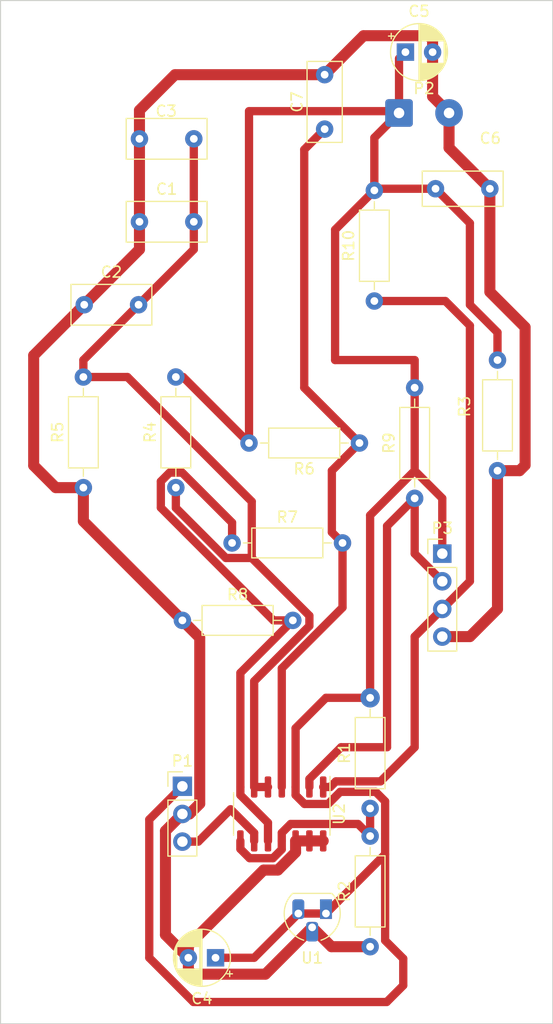
<source format=kicad_pcb>
(kicad_pcb (version 20221018) (generator pcbnew)
  (layers (0 "F.Cu" signal) (31 "B.Cu" signal) (34 "B.Paste" user) (35 "F.Paste" user) (36 "B.SilkS" user "B.Silkscreen") (37 "F.SilkS" user "F.Silkscreen") (38 "B.Mask" user) (39 "F.Mask" user) (44 "Edge.Cuts" user))
  (net 0 "")
  (net 1 "Net-(U2A-+)")
  (net 2 "Net-(P1-Pin_1)")
  (net 3 "GND")
  (net 4 "Net-(U2A--)")
  (net 5 "Net-(P1-Pin_3)")
  (net 6 "Net-(P3-Pin_2)")
  (net 7 "Net-(P3-Pin_3)")
  (net 8 "Net-(U2C-+)")
  (net 9 "Net-(U2B-+)")
  (footprint "Package_TO_SOT_THT:TO-92L_HandSolder" (layer "F.Cu") (at 162.018 132.114 180)
    (fp_text reference "U1" (at 1.27 -4.076) (layer "F.SilkS"))
    (fp_text value "L78L05_TO92")
    (pad "1" thru_hole rect (at 0 0 180) (size 1.1 1.8) (drill 0.7112 (offset 0 0.4)) (layers "*.Cu" "*.Mask") (net 2 "Net-(P1-Pin_1)"))
    (pad "2" thru_hole roundrect (at 1.27 -1.27 180) (size 1.1 1.8) (drill 0.7112 (offset 0 -0.4)) (layers "*.Cu" "*.Mask") (net 3 "GND"))
    (pad "3" thru_hole roundrect (at 2.54 0 180) (size 1.1 1.8) (drill 0.7112 (offset 0 0.4)) (layers "*.Cu" "*.Mask") (net 2 "Net-(P1-Pin_1)"))
  )
  (footprint "Resistor_THT:R_Axial_DIN0207_L6.3mm_D2.5mm_P10.16mm_Horizontal" (layer "F.Cu") (at 166.47 75.858 90)
    (fp_text reference "R10" (at 5.08 -2.37 90) (layer "F.SilkS"))
    (fp_text value "2.4k 1/4W")
    (pad "1" thru_hole circle (at 0 0 90) (size 1.6 1.6) (drill 0.7112) (layers "*.Cu" "*.Mask") (net 7 "Net-(P3-Pin_3)"))
    (pad "2" thru_hole oval (at 10.16 0 90) (size 1.6 1.6) (drill 0.7112) (layers "*.Cu" "*.Mask") (net 2 "Net-(P1-Pin_1)"))
  )
  (footprint "Resistor_THT:R_Axial_DIN0207_L6.3mm_D2.5mm_P10.16mm_Horizontal" (layer "F.Cu") (at 139.7 92.998 90)
    (fp_text reference "R5" (at 5.08 -2.37 90) (layer "F.SilkS"))
    (fp_text value "82k 1/4W")
    (pad "1" thru_hole circle (at 0 0 90) (size 1.6 1.6) (drill 0.7112) (layers "*.Cu" "*.Mask") (net 3 "GND"))
    (pad "2" thru_hole oval (at 10.16 0 90) (size 1.6 1.6) (drill 0.7112) (layers "*.Cu" "*.Mask") (net 1 "Net-(U2A-+)"))
  )
  (footprint "Resistor_THT:R_Axial_DIN0207_L6.3mm_D2.5mm_P10.16mm_Horizontal" (layer "F.Cu") (at 148.208 92.998 90)
    (fp_text reference "R4" (at 5.08 -2.37 90) (layer "F.SilkS"))
    (fp_text value "82k 1/4W")
    (pad "1" thru_hole circle (at 0 0 90) (size 1.6 1.6) (drill 0.7112) (layers "*.Cu" "*.Mask") (net 1 "Net-(U2A-+)"))
    (pad "2" thru_hole oval (at 10.16 0 90) (size 1.6 1.6) (drill 0.7112) (layers "*.Cu" "*.Mask") (net 2 "Net-(P1-Pin_1)"))
  )
  (footprint "Connector_PinHeader_2.54mm:PinHeader_1x04_P2.54mm_Vertical" (layer "F.Cu") (at 172.72 99.06)
    (fp_text reference "P3" (at 0 -2.33) (layer "F.SilkS"))
    (fp_text value "Conn_01x04")
    (pad "1" thru_hole rect (at 0 0) (size 1.7 1.7) (drill 0.9652) (layers "*.Cu" "*.Mask") (net 2 "Net-(P1-Pin_1)"))
    (pad "2" thru_hole oval (at 0 2.54) (size 1.7 1.7) (drill 0.9652) (layers "*.Cu" "*.Mask") (net 6 "Net-(P3-Pin_2)"))
    (pad "3" thru_hole oval (at 0 5.08) (size 1.7 1.7) (drill 0.9652) (layers "*.Cu" "*.Mask") (net 7 "Net-(P3-Pin_3)"))
    (pad "4" thru_hole oval (at 0 7.62) (size 1.7 1.7) (drill 0.9652) (layers "*.Cu" "*.Mask") (net 3 "GND"))
  )
  (footprint "Capacitor_THT:C_Rect_L7.2mm_W3.5mm_P5.00mm_FKS2_FKP2_MKS2_MKP2" (layer "F.Cu") (at 144.86 60.96)
    (fp_text reference "C3" (at 2.46 -2.54) (layer "F.SilkS"))
    (fp_text value "1uF 25V")
    (pad "1" thru_hole circle (at 0 0) (size 1.6 1.6) (drill 0.7112) (layers "*.Cu" "*.Mask") (net 3 "GND"))
    (pad "2" thru_hole circle (at 5 0) (size 1.6 1.6) (drill 0.7112) (layers "*.Cu" "*.Mask") (net 1 "Net-(U2A-+)"))
  )
  (footprint "Resistor_THT:R_Axial_DIN0207_L6.3mm_D2.5mm_P10.16mm_Horizontal" (layer "F.Cu") (at 170.18 93.98 90)
    (fp_text reference "R9" (at 5.08 -2.37 90) (layer "F.SilkS"))
    (fp_text value "2.4k 1/4W")
    (pad "1" thru_hole circle (at 0 0 90) (size 1.6 1.6) (drill 0.7112) (layers "*.Cu" "*.Mask") (net 6 "Net-(P3-Pin_2)"))
    (pad "2" thru_hole oval (at 10.16 0 90) (size 1.6 1.6) (drill 0.7112) (layers "*.Cu" "*.Mask") (net 2 "Net-(P1-Pin_1)"))
  )
  (footprint "Connector_Wire:SolderWire-0.5sqmm_1x02_P4.6mm_D0.9mm_OD2.1mm" (layer "F.Cu") (at 168.742 58.586)
    (fp_text reference "P2" (at 2.3 -2.25) (layer "F.SilkS"))
    (fp_text value "Conn_01x02")
    (pad "1" thru_hole roundrect (at 0 0) (size 2.54 2.54) (drill 0.9652) (layers "*.Cu" "*.Mask") (roundrect_rratio 0.119048) (net 2 "Net-(P1-Pin_1)"))
    (pad "2" thru_hole circle (at 4.6 0) (size 2.54 2.54) (drill 0.9652) (layers "*.Cu" "*.Mask") (net 3 "GND"))
  )
  (footprint "Capacitor_THT:C_Rect_L7.2mm_W3.0mm_P5.00mm_FKS2_FKP2_MKS2_MKP2" (layer "F.Cu") (at 172.098 65.544)
    (fp_text reference "C6" (at 5.04 -4.628) (layer "F.SilkS"))
    (fp_text value "0.1uF 25V")
    (pad "1" thru_hole circle (at 0 0) (size 1.6 1.6) (drill 0.7112) (layers "*.Cu" "*.Mask") (net 2 "Net-(P1-Pin_1)"))
    (pad "2" thru_hole circle (at 5 0) (size 1.6 1.6) (drill 0.7112) (layers "*.Cu" "*.Mask") (net 3 "GND"))
  )
  (footprint "Resistor_THT:R_Axial_DIN0207_L6.3mm_D2.5mm_P10.16mm_Horizontal" (layer "F.Cu") (at 166.082 122.462 90)
    (fp_text reference "R1" (at 5.08 -2.37 90) (layer "F.SilkS"))
    (fp_text value "9.1k 1/4W")
    (pad "1" thru_hole circle (at 0 0 90) (size 1.6 1.6) (drill 0.7112) (layers "*.Cu" "*.Mask") (net 8 "Net-(U2C-+)"))
    (pad "2" thru_hole oval (at 10.16 0 90) (size 1.778 1.778) (drill 0.7112) (layers "*.Cu" "*.Mask") (net 2 "Net-(P1-Pin_1)"))
  )
  (footprint "Capacitor_THT:CP_Radial_D5.0mm_P2.50mm" (layer "F.Cu") (at 169.328888 52.998)
    (fp_text reference "C5" (at 1.25 -3.75) (layer "F.SilkS"))
    (fp_text value "47uF 16V")
    (pad "1" thru_hole rect (at 0 0) (size 1.6 1.6) (drill 0.7112) (layers "*.Cu" "*.Mask") (net 2 "Net-(P1-Pin_1)"))
    (pad "2" thru_hole circle (at 2.5 0) (size 1.6 1.6) (drill 0.7112) (layers "*.Cu" "*.Mask") (net 3 "GND"))
  )
  (footprint "Capacitor_THT:C_Rect_L7.2mm_W3.5mm_P5.00mm_FKS2_FKP2_MKS2_MKP2" (layer "F.Cu") (at 144.86 68.58)
    (fp_text reference "C1" (at 2.5 -3) (layer "F.SilkS"))
    (fp_text value "1uF 25V")
    (pad "1" thru_hole circle (at 0 0) (size 1.6 1.6) (drill 0.7112) (layers "*.Cu" "*.Mask") (net 3 "GND"))
    (pad "2" thru_hole circle (at 5 0) (size 1.6 1.6) (drill 0.7112) (layers "*.Cu" "*.Mask") (net 1 "Net-(U2A-+)"))
  )
  (footprint "Capacitor_THT:C_Rect_L7.2mm_W3.0mm_P5.00mm_FKS2_FKP2_MKS2_MKP2" (layer "F.Cu") (at 161.898 60.07 90)
    (fp_text reference "C7" (at 2.5 -2.54 90) (layer "F.SilkS"))
    (fp_text value "0.1uF 25V")
    (pad "1" thru_hole circle (at 0 0 90) (size 1.6 1.6) (drill 0.7112) (layers "*.Cu" "*.Mask") (net 4 "Net-(U2A--)"))
    (pad "2" thru_hole circle (at 5 0 90) (size 1.6 1.6) (drill 0.7112) (layers "*.Cu" "*.Mask") (net 3 "GND"))
  )
  (footprint "Resistor_THT:R_Axial_DIN0207_L6.3mm_D2.5mm_P10.16mm_Horizontal" (layer "F.Cu") (at 165.1 88.9 180)
    (fp_text reference "R6" (at 5.08 -2.37) (layer "F.SilkS"))
    (fp_text value "47k 1/4W")
    (pad "1" thru_hole circle (at 0 0 180) (size 1.6 1.6) (drill 0.7112) (layers "*.Cu" "*.Mask") (net 4 "Net-(U2A--)"))
    (pad "2" thru_hole oval (at 10.16 0 180) (size 1.6 1.6) (drill 0.7112) (layers "*.Cu" "*.Mask") (net 2 "Net-(P1-Pin_1)"))
  )
  (footprint "Package_SO:SOIC-14_3.9x8.7mm_P1.27mm" (layer "F.Cu") (at 157.954 122.97 -90)
    (fp_text reference "U2" (at 0 -5.28 -270) (layer "F.SilkS"))
    (fp_text value "LM339")
    (pad "1" smd roundrect (at -2.475 -3.81 270) (size 1.95 0.6) (layers "F.Cu" "F.Paste" "F.Mask") (net 7 "Net-(P3-Pin_3)"))
    (pad "2" smd roundrect (at -2.475 -2.54 270) (size 1.95 0.6) (layers "F.Cu" "F.Paste" "F.Mask") (net 6 "Net-(P3-Pin_2)"))
    (pad "3" smd roundrect (at -2.475 -1.27 270) (size 1.95 0.6) (layers "F.Cu" "F.Paste" "F.Mask") (net 2 "Net-(P1-Pin_1)"))
    (pad "4" smd roundrect (at -2.475 0 270) (size 1.95 0.6) (layers "F.Cu" "F.Paste" "F.Mask") (net 4 "Net-(U2A--)"))
    (pad "5" smd roundrect (at -2.475 1.27 270) (size 1.95 0.6) (layers "F.Cu" "F.Paste" "F.Mask") (net 1 "Net-(U2A-+)"))
    (pad "6" smd roundrect (at -2.475 2.54 270) (size 1.95 0.6) (layers "F.Cu" "F.Paste" "F.Mask") (net 1 "Net-(U2A-+)"))
    (pad "7" smd roundrect (at -2.475 3.81 270) (size 1.95 0.6) (layers "F.Cu" "F.Paste" "F.Mask") (net 9 "Net-(U2B-+)"))
    (pad "8" smd roundrect (at 2.475 3.81 270) (size 1.95 0.6) (layers "F.Cu" "F.Paste" "F.Mask") (net 8 "Net-(U2C-+)"))
    (pad "9" smd roundrect (at 2.475 2.54 270) (size 1.95 0.6) (layers "F.Cu" "F.Paste" "F.Mask") (net 5 "Net-(P1-Pin_3)"))
    (pad "10" smd roundrect (at 2.475 1.27 270) (size 1.95 0.6) (layers "F.Cu" "F.Paste" "F.Mask") (net 9 "Net-(U2B-+)"))
    (pad "11" smd roundrect (at 2.475 0 270) (size 1.95 0.6) (layers "F.Cu" "F.Paste" "F.Mask") (net 8 "Net-(U2C-+)"))
    (pad "12" smd roundrect (at 2.475 -1.27 270) (size 1.95 0.6) (layers "F.Cu" "F.Paste" "F.Mask") (net 3 "GND"))
    (pad "13" smd roundrect (at 2.475 -2.54 270) (size 1.95 0.6) (layers "F.Cu" "F.Paste" "F.Mask") (net 3 "GND"))
    (pad "14" smd roundrect (at 2.475 -3.81 270) (size 1.95 0.6) (layers "F.Cu" "F.Paste" "F.Mask") (net 3 "GND"))
  )
  (footprint "Resistor_THT:R_Axial_DIN0207_L6.3mm_D2.5mm_P10.16mm_Horizontal" (layer "F.Cu") (at 148.81 105.19)
    (fp_text reference "R8" (at 5.08 -2.37) (layer "F.SilkS"))
    (fp_text value "47k 1/4W")
    (pad "1" thru_hole circle (at 0 0) (size 1.6 1.6) (drill 0.7112) (layers "*.Cu" "*.Mask") (net 3 "GND"))
    (pad "2" thru_hole oval (at 10.16 0) (size 1.6 1.6) (drill 0.7112) (layers "*.Cu" "*.Mask") (net 9 "Net-(U2B-+)"))
  )
  (footprint "Capacitor_THT:CP_Radial_D5.0mm_P2.50mm" (layer "F.Cu") (at 151.858 136.178 180)
    (fp_text reference "C4" (at 1.25 -3.75) (layer "F.SilkS"))
    (fp_text value "10uF 16V")
    (pad "1" thru_hole rect (at 0 0 180) (size 1.6 1.6) (drill 0.7112) (layers "*.Cu" "*.Mask") (net 2 "Net-(P1-Pin_1)"))
    (pad "2" thru_hole circle (at 2.5 0 180) (size 1.6 1.6) (drill 0.7112) (layers "*.Cu" "*.Mask") (net 3 "GND"))
  )
  (footprint "Resistor_THT:R_Axial_DIN0207_L6.3mm_D2.5mm_P10.16mm_Horizontal" (layer "F.Cu") (at 177.8 91.44 90)
    (fp_text reference "R3" (at 5.89 -3.032 90) (layer "F.SilkS"))
    (fp_text value "4.7k 1/4W")
    (pad "1" thru_hole circle (at 0 0 90) (size 1.6 1.6) (drill 0.7112) (layers "*.Cu" "*.Mask") (net 3 "GND"))
    (pad "2" thru_hole oval (at 10.16 0 90) (size 1.6 1.6) (drill 0.7112) (layers "*.Cu" "*.Mask") (net 2 "Net-(P1-Pin_1)"))
  )
  (footprint "Capacitor_THT:C_Rect_L7.2mm_W3.5mm_P5.00mm_FKS2_FKP2_MKS2_MKP2" (layer "F.Cu") (at 139.78 76.2)
    (fp_text reference "C2" (at 2.5 -3) (layer "F.SilkS"))
    (fp_text value "1uF 25V")
    (pad "1" thru_hole circle (at 0 0) (size 1.6 1.6) (drill 0.7112) (layers "*.Cu" "*.Mask") (net 3 "GND"))
    (pad "2" thru_hole circle (at 5 0) (size 1.6 1.6) (drill 0.7112) (layers "*.Cu" "*.Mask") (net 1 "Net-(U2A-+)"))
  )
  (footprint "Connector_PinHeader_2.54mm:PinHeader_1x03_P2.54mm_Vertical" (layer "F.Cu") (at 148.81 120.43)
    (fp_text reference "P1" (at 0 -2.33) (layer "F.SilkS"))
    (fp_text value "Conn_01x03")
    (pad "1" thru_hole rect (at 0 0) (size 1.778 1.778) (drill 0.9652) (layers "*.Cu" "*.Mask") (net 2 "Net-(P1-Pin_1)"))
    (pad "2" thru_hole oval (at 0 2.54) (size 1.7 1.7) (drill 0.9652) (layers "*.Cu" "*.Mask") (net 3 "GND"))
    (pad "3" thru_hole oval (at 0 5.08) (size 1.7 1.7) (drill 0.9652) (layers "*.Cu" "*.Mask") (net 5 "Net-(P1-Pin_3)"))
  )
  (footprint "Resistor_THT:R_Axial_DIN0207_L6.3mm_D2.5mm_P10.16mm_Horizontal" (layer "F.Cu") (at 166.082 135.162 90)
    (fp_text reference "R2" (at 5.08 -2.37 90) (layer "F.SilkS"))
    (fp_text value "10k 1/4W")
    (pad "1" thru_hole circle (at 0 0 90) (size 1.6 1.6) (drill 0.7112) (layers "*.Cu" "*.Mask") (net 3 "GND"))
    (pad "2" thru_hole oval (at 10.16 0 90) (size 1.6 1.6) (drill 0.7112) (layers "*.Cu" "*.Mask") (net 8 "Net-(U2C-+)"))
  )
  (footprint "Resistor_THT:R_Axial_DIN0207_L6.3mm_D2.5mm_P10.16mm_Horizontal" (layer "F.Cu") (at 153.382 98.078)
    (fp_text reference "R7" (at 5.08 -2.37) (layer "F.SilkS"))
    (fp_text value "4.7k 1/4W")
    (pad "1" thru_hole circle (at 0 0) (size 1.6 1.6) (drill 0.7112) (layers "*.Cu" "*.Mask") (net 9 "Net-(U2B-+)"))
    (pad "2" thru_hole oval (at 10.16 0) (size 1.6 1.6) (drill 0.7112) (layers "*.Cu" "*.Mask") (net 4 "Net-(U2A--)"))
  )
  (gr_rect (start 132.08 48.26) (end 182.88 142.24) (stroke (width 0.1)) (fill none) (layer "Edge.Cuts"))
  (segment (start 155.414 120.495) (end 155.414 110.778) (width 0.762) (layer "F.Cu") (net 1))
  (segment (start 149.86 71.12) (end 144.78 76.2) (width 0.762) (layer "F.Cu") (net 1))
  (segment (start 139.7 82.838) (end 143.756485 82.838) (width 0.762) (layer "F.Cu") (net 1))
  (segment (start 149.86 68.58) (end 149.86 71.12) (width 0.762) (layer "F.Cu") (net 1))
  (segment (start 155.192029 99.459) (end 155.192029 94.273544) (width 0.762) (layer "F.Cu") (net 1))
  (segment (start 155.414 110.778) (end 160.494 105.698) (width 0.762) (layer "F.Cu") (net 1))
  (segment (start 149.86 60.96) (end 149.86 68.58) (width 0.762) (layer "F.Cu") (net 1))
  (segment (start 148.208 94.857029) (end 148.208 92.998) (width 0.762) (layer "F.Cu") (net 1))
  (segment (start 139.7 82.838) (end 139.7 81.28) (width 0.762) (layer "F.Cu") (net 1))
  (segment (start 143.756485 82.838) (end 155.192029 94.273544) (width 0.762) (layer "F.Cu") (net 1))
  (segment (start 152.809971 99.459) (end 148.208 94.857029) (width 0.762) (layer "F.Cu") (net 1))
  (segment (start 160.494 105.698) (end 160.494 104.760971) (width 0.762) (layer "F.Cu") (net 1))
  (segment (start 160.494 104.760971) (end 155.192029 99.459) (width 0.762) (layer "F.Cu") (net 1))
  (segment (start 139.7 81.28) (end 144.78 76.2) (width 0.762) (layer "F.Cu") (net 1))
  (segment (start 155.192029 99.459) (end 152.809971 99.459) (width 0.762) (layer "F.Cu") (net 1))
  (segment (start 156.684 120.495) (end 155.414 120.495) (width 0.762) (layer "F.Cu") (net 1))
  (segment (start 170.18 91.44) (end 172.72 93.98) (width 0.762) (layer "F.Cu") (net 2))
  (segment (start 166.47 60.858) (end 168.742 58.586) (width 0.762) (layer "F.Cu") (net 2))
  (segment (start 162.21679 122.051) (end 160.04121 122.051) (width 0.762) (layer "F.Cu") (net 2))
  (segment (start 167.463 121.811) (end 166.59 120.938) (width 0.762) (layer "F.Cu") (net 2))
  (segment (start 172.098 65.544) (end 166.624 65.544) (width 0.762) (layer "F.Cu") (net 2))
  (segment (start 170.18 83.82) (end 170.18 81.28) (width 0.762) (layer "F.Cu") (net 2))
  (segment (start 170.18 81.28) (end 162.86 81.28) (width 0.762) (layer "F.Cu") (net 2))
  (segment (start 166.47 65.698) (end 166.47 60.858) (width 0.762) (layer "F.Cu") (net 2))
  (segment (start 168.742 58.586) (end 168.742 53.584888) (width 0.762) (layer "F.Cu") (net 2))
  (segment (start 159.224 121.23379) (end 159.224 120.495) (width 0.762) (layer "F.Cu") (net 2))
  (segment (start 162.018 132.114) (end 167.463 126.669) (width 0.762) (layer "F.Cu") (net 2))
  (segment (start 166.082 95.538) (end 166.082 112.302) (width 0.762) (layer "F.Cu") (net 2))
  (segment (start 167.463 134.589971) (end 167.463 126.669) (width 0.762) (layer "F.Cu") (net 2))
  (segment (start 162.86 81.28) (end 162.86 69.308) (width 0.762) (layer "F.Cu") (net 2))
  (segment (start 177.8 78.74) (end 177.8 81.28) (width 0.762) (layer "F.Cu") (net 2))
  (segment (start 166.624 65.544) (end 166.47 65.698) (width 0.762) (layer "F.Cu") (net 2))
  (segment (start 160.04121 122.051) (end 159.224 121.23379) (width 0.762) (layer "F.Cu") (net 2))
  (segment (start 154.94 88.9) (end 148.878 82.838) (width 0.762) (layer "F.Cu") (net 2))
  (segment (start 170.18 91.44) (end 166.082 95.538) (width 0.762) (layer "F.Cu") (net 2))
  (segment (start 169.13 138.718) (end 169.13 136.256971) (width 0.762) (layer "F.Cu") (net 2))
  (segment (start 172.098 65.544) (end 175.26 68.706) (width 0.762) (layer "F.Cu") (net 2))
  (segment (start 162.86 69.308) (end 166.47 65.698) (width 0.762) (layer "F.Cu") (net 2))
  (segment (start 168.742 53.584888) (end 169.328888 52.998) (width 0.762) (layer "F.Cu") (net 2))
  (segment (start 175.26 76.2) (end 177.8 78.74) (width 0.762) (layer "F.Cu") (net 2))
  (segment (start 172.72 93.98) (end 172.72 99.06) (width 0.762) (layer "F.Cu") (net 2))
  (segment (start 167.463 126.669) (end 167.463 121.811) (width 0.762) (layer "F.Cu") (net 2))
  (segment (start 159.224 115.096) (end 162.018 112.302) (width 0.762) (layer "F.Cu") (net 2))
  (segment (start 159.224 120.495) (end 159.224 115.096) (width 0.762) (layer "F.Cu") (net 2))
  (segment (start 149.826 140.242) (end 167.606 140.242) (width 0.762) (layer "F.Cu") (net 2))
  (segment (start 170.18 83.82) (end 170.18 91.44) (width 0.762) (layer "F.Cu") (net 2))
  (segment (start 154.94 58.42) (end 168.576 58.42) (width 0.762) (layer "F.Cu") (net 2))
  (segment (start 169.13 136.256971) (end 167.463 134.589971) (width 0.762) (layer "F.Cu") (net 2))
  (segment (start 168.576 58.42) (end 168.742 58.586) (width 0.762) (layer "F.Cu") (net 2))
  (segment (start 159.478 132.114) (end 162.018 132.114) (width 0.762) (layer "F.Cu") (net 2))
  (segment (start 148.81 120.43) (end 145.762 123.478) (width 0.762) (layer "F.Cu") (net 2))
  (segment (start 145.762 123.478) (end 145.762 136.178) (width 0.762) (layer "F.Cu") (net 2))
  (segment (start 145.762 136.178) (end 149.826 140.242) (width 0.762) (layer "F.Cu") (net 2))
  (segment (start 148.878 82.838) (end 148.208 82.838) (width 0.762) (layer "F.Cu") (net 2))
  (segment (start 151.858 136.178) (end 155.414 136.178) (width 0.762) (layer "F.Cu") (net 2))
  (segment (start 163.32979 120.938) (end 162.21679 122.051) (width 0.762) (layer "F.Cu") (net 2))
  (segment (start 166.59 120.938) (end 163.32979 120.938) (width 0.762) (layer "F.Cu") (net 2))
  (segment (start 154.94 88.9) (end 154.94 58.42) (width 0.762) (layer "F.Cu") (net 2))
  (segment (start 175.26 68.706) (end 175.26 76.2) (width 0.762) (layer "F.Cu") (net 2))
  (segment (start 167.606 140.242) (end 169.13 138.718) (width 0.762) (layer "F.Cu") (net 2))
  (segment (start 162.018 112.302) (end 166.082 112.302) (width 0.762) (layer "F.Cu") (net 2))
  (segment (start 155.414 136.178) (end 159.478 132.114) (width 0.762) (layer "F.Cu") (net 2))
  (segment (start 162.526 135.162) (end 160.748 133.384) (width 1.016) (layer "F.Cu") (net 3))
  (segment (start 171.828888 52.998) (end 171.828888 57.072888) (width 1.016) (layer "F.Cu") (net 3))
  (segment (start 177.8 91.44) (end 177.8 104.14) (width 1.016) (layer "F.Cu") (net 3))
  (segment (start 144.86 68.58) (end 144.86 60.96) (width 1.016) (layer "F.Cu") (net 3))
  (segment (start 156.28163 128.123) (end 157.592604 128.123) (width 1.016) (layer "F.Cu") (net 3))
  (segment (start 147.252 134.072) (end 147.252 124.528) (width 1.016) (layer "F.Cu") (net 3))
  (segment (start 139.7 92.998) (end 139.7 96.08) (width 1.016) (layer "F.Cu") (net 3))
  (segment (start 171.828888 51.86663) (end 171.828888 52.998) (width 1.016) (layer "F.Cu") (net 3))
  (segment (start 137.16 92.998) (end 139.7 92.998) (width 1.016) (layer "F.Cu") (net 3))
  (segment (start 175.26 106.68) (end 172.72 106.68) (width 1.016) (layer "F.Cu") (net 3))
  (segment (start 177.8 104.14) (end 175.26 106.68) (width 1.016) (layer "F.Cu") (net 3))
  (segment (start 135.128 80.852) (end 135.128 90.966) (width 1.016) (layer "F.Cu") (net 3))
  (segment (start 179.832 91.44) (end 177.8 91.44) (width 1.016) (layer "F.Cu") (net 3))
  (segment (start 156.446 137.686) (end 149.73463 137.686) (width 1.016) (layer "F.Cu") (net 3))
  (segment (start 149.358 136.178) (end 149.358 135.04663) (width 1.016) (layer "F.Cu") (net 3))
  (segment (start 149.358 135.04663) (end 156.28163 128.123) (width 1.016) (layer "F.Cu") (net 3))
  (segment (start 173.342 58.586) (end 173.342 61.788) (width 1.016) (layer "F.Cu") (net 3))
  (segment (start 150.407 122.027) (end 149.464 122.97) (width 1.016) (layer "F.Cu") (net 3))
  (segment (start 144.86 58.34) (end 148.13 55.07) (width 1.016) (layer "F.Cu") (net 3))
  (segment (start 149.358 137.30937) (end 149.358 136.178) (width 1.016) (layer "F.Cu") (net 3))
  (segment (start 165.478 51.49) (end 171.452258 51.49) (width 1.016) (layer "F.Cu") (net 3))
  (segment (start 139.7 96.08) (end 148.81 105.19) (width 1.016) (layer "F.Cu") (net 3))
  (segment (start 161.898 55.07) (end 148.13 55.07) (width 1.016) (layer "F.Cu") (net 3))
  (segment (start 171.828888 57.072888) (end 173.342 58.586) (width 1.016) (layer "F.Cu") (net 3))
  (segment (start 148.81 105.19) (end 150.407 106.787) (width 1.016) (layer "F.Cu") (net 3))
  (segment (start 161.898 55.07) (end 165.478 51.49) (width 1.016) (layer "F.Cu") (net 3))
  (segment (start 173.342 61.788) (end 177.098 65.544) (width 1.016) (layer "F.Cu") (net 3))
  (segment (start 144.86 71.12) (end 139.78 76.2) (width 1.016) (layer "F.Cu") (net 3))
  (segment (start 144.86 68.58) (end 144.86 71.12) (width 1.016) (layer "F.Cu") (net 3))
  (segment (start 171.452258 51.49) (end 171.828888 51.86663) (width 1.016) (layer "F.Cu") (net 3))
  (segment (start 159.224 125.445) (end 161.764 125.445) (width 1.016) (layer "F.Cu") (net 3))
  (segment (start 157.592604 128.123) (end 159.224 126.491604) (width 1.016) (layer "F.Cu") (net 3))
  (segment (start 160.748 133.384) (end 156.446 137.686) (width 1.016) (layer "F.Cu") (net 3))
  (segment (start 135.128 90.966) (end 137.16 92.998) (width 1.016) (layer "F.Cu") (net 3))
  (segment (start 144.86 60.96) (end 144.86 58.34) (width 1.016) (layer "F.Cu") (net 3))
  (segment (start 180.34 90.932) (end 179.832 91.44) (width 1.016) (layer "F.Cu") (net 3))
  (segment (start 180.34 78.264) (end 180.34 90.932) (width 1.016) (layer "F.Cu") (net 3))
  (segment (start 149.464 122.97) (end 148.81 122.97) (width 1.016) (layer "F.Cu") (net 3))
  (segment (start 150.407 106.787) (end 150.407 122.027) (width 1.016) (layer "F.Cu") (net 3))
  (segment (start 177.098 75.022) (end 180.34 78.264) (width 1.016) (layer "F.Cu") (net 3))
  (segment (start 139.78 76.2) (end 135.128 80.852) (width 1.016) (layer "F.Cu") (net 3))
  (segment (start 149.358 136.178) (end 147.252 134.072) (width 1.016) (layer "F.Cu") (net 3))
  (segment (start 147.252 124.528) (end 148.81 122.97) (width 1.016) (layer "F.Cu") (net 3))
  (segment (start 166.082 135.162) (end 162.526 135.162) (width 1.016) (layer "F.Cu") (net 3))
  (segment (start 159.224 126.491604) (end 159.224 125.445) (width 1.016) (layer "F.Cu") (net 3))
  (segment (start 149.73463 137.686) (end 149.358 137.30937) (width 1.016) (layer "F.Cu") (net 3))
  (segment (start 177.098 65.544) (end 177.098 75.022) (width 1.016) (layer "F.Cu") (net 3))
  (segment (start 157.954 120.495) (end 157.954 109.598474) (width 0.762) (layer "F.Cu") (net 4))
  (segment (start 160.02 83.82) (end 165.1 88.9) (width 0.762) (layer "F.Cu") (net 4))
  (segment (start 162.56 91.44) (end 162.56 97.096) (width 0.762) (layer "F.Cu") (net 4))
  (segment (start 160.02 61.948) (end 160.02 83.82) (width 0.762) (layer "F.Cu") (net 4))
  (segment (start 163.542 104.010474) (end 163.542 98.078) (width 0.762) (layer "F.Cu") (net 4))
  (segment (start 157.954 109.598474) (end 163.542 104.010474) (width 0.762) (layer "F.Cu") (net 4))
  (segment (start 165.1 88.9) (end 162.56 91.44) (width 0.762) (layer "F.Cu") (net 4))
  (segment (start 162.56 97.096) (end 163.542 98.078) (width 0.762) (layer "F.Cu") (net 4))
  (segment (start 161.898 60.07) (end 160.02 61.948) (width 0.762) (layer "F.Cu") (net 4))
  (segment (start 155.414 125.445) (end 155.414 124.70688) (width 0.762) (layer "F.Cu") (net 5))
  (segment (start 150.27388 125.51) (end 148.81 125.51) (width 0.762) (layer "F.Cu") (net 5))
  (segment (start 155.414 124.70688) (end 153.2455 122.53838) (width 0.762) (layer "F.Cu") (net 5))
  (segment (start 153.2455 122.53838) (end 150.27388 125.51) (width 0.762) (layer "F.Cu") (net 5))
  (segment (start 167.64 116.84) (end 167.64 96.52) (width 0.762) (layer "F.Cu") (net 6))
  (segment (start 170.18 93.98) (end 167.64 96.52) (width 0.762) (layer "F.Cu") (net 6))
  (segment (start 163.41021 116.84) (end 167.64 116.84) (width 0.762) (layer "F.Cu") (net 6))
  (segment (start 160.494 119.75621) (end 163.41021 116.84) (width 0.762) (layer "F.Cu") (net 6))
  (segment (start 170.18 99.06) (end 170.18 93.98) (width 0.762) (layer "F.Cu") (net 6))
  (segment (start 172.72 101.6) (end 170.18 99.06) (width 0.762) (layer "F.Cu") (net 6))
  (segment (start 160.494 120.495) (end 160.494 119.75621) (width 0.762) (layer "F.Cu") (net 6))
  (segment (start 162.412316 120.495) (end 162.931317 119.976) (width 0.762) (layer "F.Cu") (net 7))
  (segment (start 161.764 120.495) (end 162.412316 120.495) (width 0.762) (layer "F.Cu") (net 7))
  (segment (start 162.931317 119.976) (end 167.044 119.976) (width 0.762) (layer "F.Cu") (net 7))
  (segment (start 166.47 75.858) (end 173.004971 75.858) (width 0.762) (layer "F.Cu") (net 7))
  (segment (start 167.044 119.976) (end 170.18 116.84) (width 0.762) (layer "F.Cu") (net 7))
  (segment (start 175.26 101.6) (end 172.72 104.14) (width 0.762) (layer "F.Cu") (net 7))
  (segment (start 170.18 116.84) (end 170.18 106.68) (width 0.762) (layer "F.Cu") (net 7))
  (segment (start 170.18 106.68) (end 172.72 104.14) (width 0.762) (layer "F.Cu") (net 7))
  (segment (start 175.26 78.113029) (end 175.26 101.6) (width 0.762) (layer "F.Cu") (net 7))
  (segment (start 173.004971 75.858) (end 175.26 78.113029) (width 0.762) (layer "F.Cu") (net 7))
  (segment (start 166.082 125.002) (end 164.969 123.889) (width 0.762) (layer "F.Cu") (net 8))
  (segment (start 164.969 123.889) (end 158.77121 123.889) (width 0.762) (layer "F.Cu") (net 8))
  (segment (start 154.144 125.445) (end 154.144 126.18379) (width 0.762) (layer "F.Cu") (net 8))
  (segment (start 154.144 126.18379) (end 154.99421 127.034) (width 0.762) (layer "F.Cu") (net 8))
  (segment (start 158.77121 123.889) (end 157.954 124.70621) (width 0.762) (layer "F.Cu") (net 8))
  (segment (start 166.082 122.462) (end 166.082 125.002) (width 0.762) (layer "F.Cu") (net 8))
  (segment (start 157.954 124.70621) (end 157.954 125.445) (width 0.762) (layer "F.Cu") (net 8))
  (segment (start 157.954 126.221526) (end 157.954 125.445) (width 0.762) (layer "F.Cu") (net 8))
  (segment (start 154.99421 127.034) (end 157.141526 127.034) (width 0.762) (layer "F.Cu") (net 8))
  (segment (start 157.141526 127.034) (end 157.954 126.221526) (width 0.762) (layer "F.Cu") (net 8))
  (segment (start 146.827 92.425971) (end 147.635971 91.617) (width 0.762) (layer "F.Cu") (net 9))
  (segment (start 154.144 121.23379) (end 154.144 120.495) (width 0.762) (layer "F.Cu") (net 9))
  (segment (start 146.827 94.836502) (end 146.827 92.425971) (width 0.762) (layer "F.Cu") (net 9))
  (segment (start 153.382 96.213971) (end 153.382 98.078) (width 0.762) (layer "F.Cu") (net 9))
  (segment (start 156.684 123.77379) (end 154.144 121.23379) (width 0.762) (layer "F.Cu") (net 9))
  (segment (start 147.635971 91.617) (end 148.785029 91.617) (width 0.762) (layer "F.Cu") (net 9))
  (segment (start 156.684 125.445) (end 156.684 123.77379) (width 0.762) (layer "F.Cu") (net 9))
  (segment (start 157.180498 105.19) (end 146.827 94.836502) (width 0.762) (layer "F.Cu") (net 9))
  (segment (start 158.97 105.19) (end 157.180498 105.19) (width 0.762) (layer "F.Cu") (net 9))
  (segment (start 154.144 110.016) (end 158.97 105.19) (width 0.762) (layer "F.Cu") (net 9))
  (segment (start 154.144 120.495) (end 154.144 110.016) (width 0.762) (layer "F.Cu") (net 9))
  (segment (start 148.785029 91.617) (end 153.382 96.213971) (width 0.762) (layer "F.Cu") (net 9))
)
</source>
